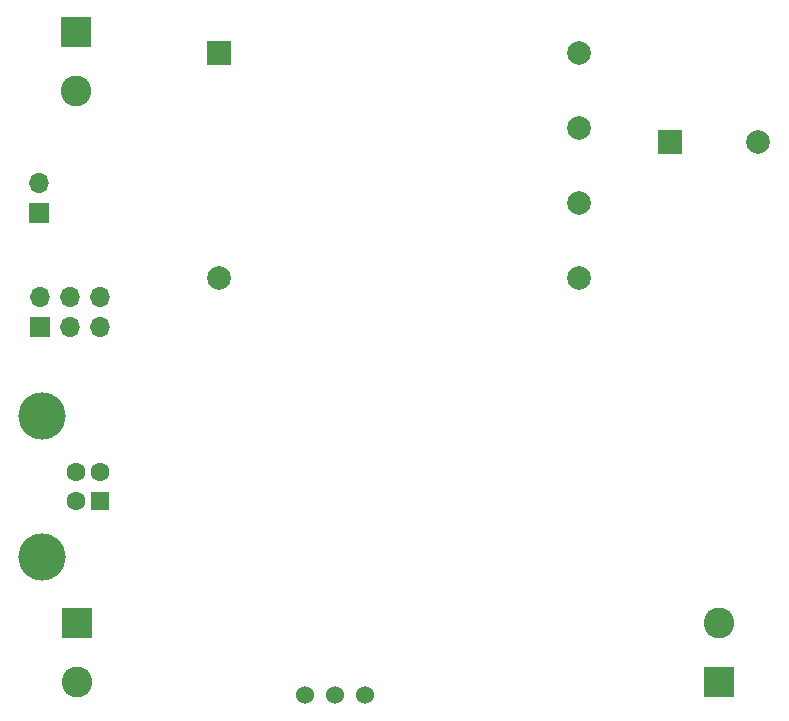
<source format=gbr>
%TF.GenerationSoftware,KiCad,Pcbnew,5.1.12-84ad8e8a86~92~ubuntu20.04.1*%
%TF.CreationDate,2021-12-14T21:30:58-06:00*%
%TF.ProjectId,Solder_Reflow_Oven_2.0,536f6c64-6572-45f5-9265-666c6f775f4f,rev?*%
%TF.SameCoordinates,Original*%
%TF.FileFunction,Soldermask,Bot*%
%TF.FilePolarity,Negative*%
%FSLAX46Y46*%
G04 Gerber Fmt 4.6, Leading zero omitted, Abs format (unit mm)*
G04 Created by KiCad (PCBNEW 5.1.12-84ad8e8a86~92~ubuntu20.04.1) date 2021-12-14 21:30:58*
%MOMM*%
%LPD*%
G01*
G04 APERTURE LIST*
%ADD10C,2.000000*%
%ADD11R,2.000000X2.000000*%
%ADD12C,2.600000*%
%ADD13R,2.600000X2.600000*%
%ADD14C,1.524000*%
%ADD15R,1.700000X1.700000*%
%ADD16O,1.700000X1.700000*%
%ADD17R,1.600000X1.600000*%
%ADD18C,1.600000*%
%ADD19C,4.000000*%
G04 APERTURE END LIST*
D10*
%TO.C,C10*%
X102305500Y-86042500D03*
D11*
X94805500Y-86042500D03*
%TD*%
D12*
%TO.C,J1*%
X98933000Y-126762500D03*
D13*
X98933000Y-131762500D03*
%TD*%
%TO.C,J3*%
X44577000Y-126784100D03*
D12*
X44577000Y-131784100D03*
%TD*%
D13*
%TO.C,J6*%
X44538900Y-76720700D03*
D12*
X44538900Y-81720700D03*
%TD*%
D11*
%TO.C,U6*%
X56654700Y-78460600D03*
D10*
X56654700Y-97510600D03*
X87134700Y-78460600D03*
X87134700Y-84810600D03*
X87134700Y-91160600D03*
X87134700Y-97510600D03*
%TD*%
D14*
%TO.C,U7*%
X63944500Y-132842000D03*
X66484500Y-132842000D03*
X68961000Y-132842000D03*
%TD*%
D15*
%TO.C,J4*%
X41465500Y-101727000D03*
D16*
X41465500Y-99187000D03*
X44005500Y-101727000D03*
X44005500Y-99187000D03*
X46545500Y-101727000D03*
X46545500Y-99187000D03*
%TD*%
D15*
%TO.C,J5*%
X41389300Y-92036900D03*
D16*
X41389300Y-89496900D03*
%TD*%
D17*
%TO.C,J2*%
X46545500Y-116459000D03*
D18*
X46545500Y-113959000D03*
X44545500Y-113959000D03*
X44545500Y-116459000D03*
D19*
X41685500Y-109209000D03*
X41685500Y-121209000D03*
%TD*%
M02*

</source>
